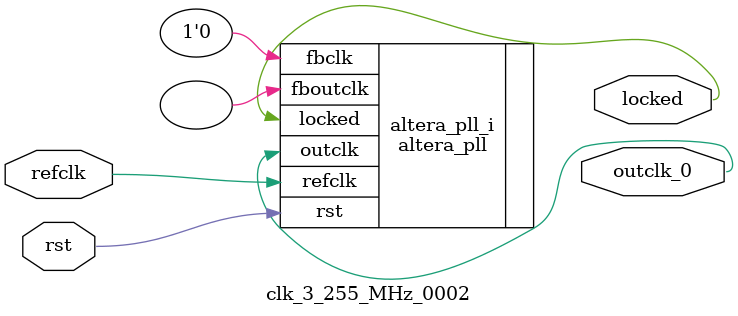
<source format=v>
`timescale 1ns/10ps
module  clk_3_255_MHz_0002(

	// interface 'refclk'
	input wire refclk,

	// interface 'reset'
	input wire rst,

	// interface 'outclk0'
	output wire outclk_0,

	// interface 'locked'
	output wire locked
);

	altera_pll #(
		.fractional_vco_multiplier("false"),
		.reference_clock_frequency("50.0 MHz"),
		.operation_mode("direct"),
		.number_of_clocks(1),
		.output_clock_frequency0("3.255017 MHz"),
		.phase_shift0("0 ps"),
		.duty_cycle0(50),
		.output_clock_frequency1("0 MHz"),
		.phase_shift1("0 ps"),
		.duty_cycle1(50),
		.output_clock_frequency2("0 MHz"),
		.phase_shift2("0 ps"),
		.duty_cycle2(50),
		.output_clock_frequency3("0 MHz"),
		.phase_shift3("0 ps"),
		.duty_cycle3(50),
		.output_clock_frequency4("0 MHz"),
		.phase_shift4("0 ps"),
		.duty_cycle4(50),
		.output_clock_frequency5("0 MHz"),
		.phase_shift5("0 ps"),
		.duty_cycle5(50),
		.output_clock_frequency6("0 MHz"),
		.phase_shift6("0 ps"),
		.duty_cycle6(50),
		.output_clock_frequency7("0 MHz"),
		.phase_shift7("0 ps"),
		.duty_cycle7(50),
		.output_clock_frequency8("0 MHz"),
		.phase_shift8("0 ps"),
		.duty_cycle8(50),
		.output_clock_frequency9("0 MHz"),
		.phase_shift9("0 ps"),
		.duty_cycle9(50),
		.output_clock_frequency10("0 MHz"),
		.phase_shift10("0 ps"),
		.duty_cycle10(50),
		.output_clock_frequency11("0 MHz"),
		.phase_shift11("0 ps"),
		.duty_cycle11(50),
		.output_clock_frequency12("0 MHz"),
		.phase_shift12("0 ps"),
		.duty_cycle12(50),
		.output_clock_frequency13("0 MHz"),
		.phase_shift13("0 ps"),
		.duty_cycle13(50),
		.output_clock_frequency14("0 MHz"),
		.phase_shift14("0 ps"),
		.duty_cycle14(50),
		.output_clock_frequency15("0 MHz"),
		.phase_shift15("0 ps"),
		.duty_cycle15(50),
		.output_clock_frequency16("0 MHz"),
		.phase_shift16("0 ps"),
		.duty_cycle16(50),
		.output_clock_frequency17("0 MHz"),
		.phase_shift17("0 ps"),
		.duty_cycle17(50),
		.pll_type("General"),
		.pll_subtype("General")
	) altera_pll_i (
		.rst	(rst),
		.outclk	({outclk_0}),
		.locked	(locked),
		.fboutclk	( ),
		.fbclk	(1'b0),
		.refclk	(refclk)
	);
endmodule


</source>
